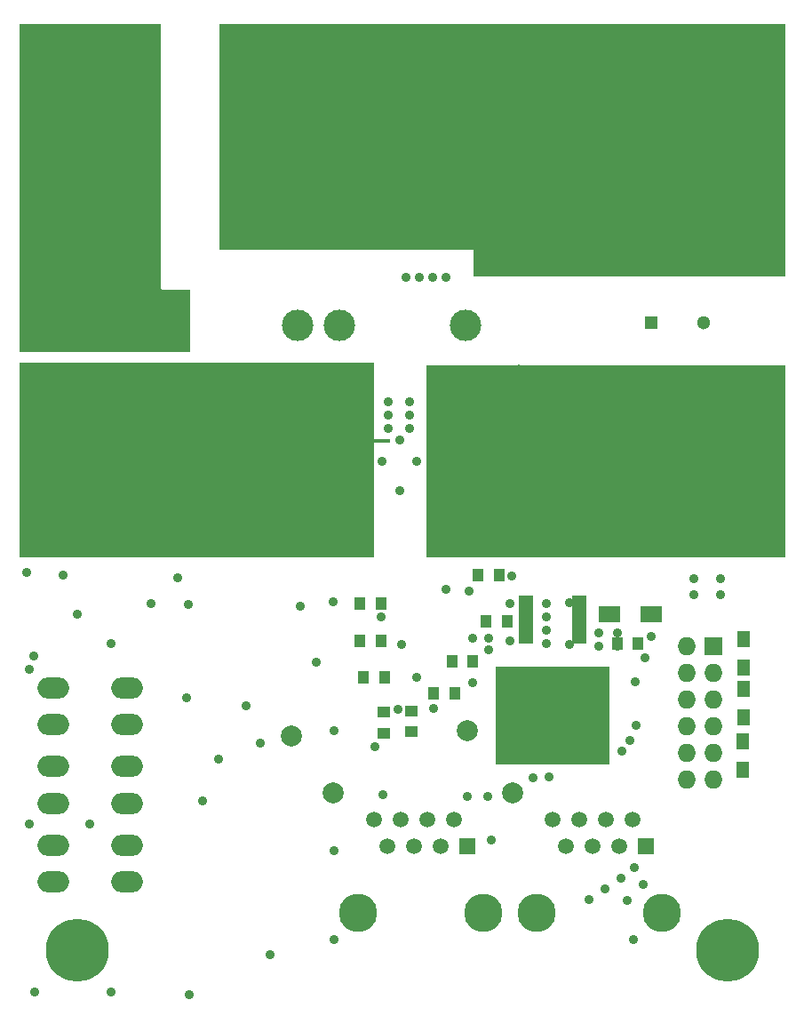
<source format=gts>
G04 #@! TF.FileFunction,Soldermask,Top*
%FSLAX46Y46*%
G04 Gerber Fmt 4.6, Leading zero omitted, Abs format (unit mm)*
G04 Created by KiCad (PCBNEW 4.0.2-4+6225~38~ubuntu15.04.1-stable) date Sa 02 Apr 2016 14:44:10 CEST*
%MOMM*%
G01*
G04 APERTURE LIST*
%ADD10C,0.150000*%
%ADD11C,3.000000*%
%ADD12C,4.000000*%
%ADD13R,10.800000X9.400000*%
%ADD14R,1.390000X4.600000*%
%ADD15R,1.300000X1.300000*%
%ADD16C,1.300000*%
%ADD17C,6.000000*%
%ADD18R,1.000000X1.250000*%
%ADD19C,3.649980*%
%ADD20R,1.501140X1.501140*%
%ADD21C,1.501140*%
%ADD22R,1.300000X1.500000*%
%ADD23C,1.651000*%
%ADD24R,1.727200X1.727200*%
%ADD25O,1.727200X1.727200*%
%ADD26C,2.000000*%
%ADD27R,6.000000X8.750000*%
%ADD28R,6.000000X9.000000*%
%ADD29O,3.014980X2.000000*%
%ADD30R,2.000000X1.600000*%
%ADD31R,1.500000X0.400000*%
%ADD32R,1.250000X1.000000*%
%ADD33C,0.889000*%
%ADD34C,0.100000*%
G04 APERTURE END LIST*
D10*
D11*
X27500000Y-30500000D03*
X15501220Y-30497040D03*
X48641000Y-35749000D03*
X48643960Y-23750220D03*
D12*
X23900000Y-13210000D03*
X49300000Y-13210000D03*
D13*
X51840000Y-67655000D03*
D14*
X49300000Y-58505000D03*
X54380000Y-58505000D03*
D15*
X61200000Y-30200000D03*
D16*
X66200000Y-30200000D03*
D17*
X68500000Y-90000000D03*
D18*
X47482000Y-58674000D03*
X45482000Y-58674000D03*
D19*
X50345480Y-86396000D03*
X62214900Y-86396000D03*
D20*
X60729000Y-80046000D03*
D21*
X59459000Y-77506000D03*
X58189000Y-80046000D03*
X56919000Y-77506000D03*
X55649000Y-80046000D03*
X54379000Y-77506000D03*
X53109000Y-80046000D03*
X51839000Y-77506000D03*
D19*
X33327480Y-86396000D03*
X45196900Y-86396000D03*
D20*
X43711000Y-80046000D03*
D21*
X42441000Y-77506000D03*
X41171000Y-80046000D03*
X39901000Y-77506000D03*
X38631000Y-80046000D03*
X37361000Y-77506000D03*
X36091000Y-80046000D03*
X34821000Y-77506000D03*
D17*
X6500000Y-7000000D03*
X68500000Y-7000000D03*
X6500000Y-90000000D03*
D22*
X70040000Y-60365000D03*
X70040000Y-63065000D03*
X70040000Y-65115000D03*
X70040000Y-67815000D03*
X69990000Y-70065000D03*
X69990000Y-72765000D03*
D23*
X41680000Y-16766000D03*
X31520000Y-16766000D03*
X36600000Y-16766000D03*
X34060000Y-16766000D03*
X39140000Y-16766000D03*
X31520000Y-9654000D03*
X41680000Y-9654000D03*
X36600000Y-9654000D03*
X39140000Y-9654000D03*
X34060000Y-9654000D03*
D24*
X67190000Y-61015000D03*
D25*
X64650000Y-61015000D03*
X67190000Y-63555000D03*
X64650000Y-63555000D03*
X67190000Y-66095000D03*
X64650000Y-66095000D03*
X67190000Y-68635000D03*
X64650000Y-68635000D03*
X67190000Y-71175000D03*
X64650000Y-71175000D03*
X67190000Y-73715000D03*
X64650000Y-73715000D03*
D26*
X9270000Y-23690000D03*
X6730000Y-23690000D03*
X4190000Y-23690000D03*
X4190000Y-26230000D03*
X4190000Y-28770000D03*
X9270000Y-31310000D03*
X6730000Y-31310000D03*
X4190000Y-31310000D03*
X11810000Y-31310000D03*
X11810000Y-23690000D03*
X11810000Y-26230000D03*
X9270000Y-26230000D03*
X6730000Y-26230000D03*
X11810000Y-28770000D03*
X9270000Y-28770000D03*
X6730000Y-28770000D03*
X9270000Y-39190000D03*
X6730000Y-39190000D03*
X4190000Y-39190000D03*
X4190000Y-41730000D03*
X4190000Y-44270000D03*
X9270000Y-46810000D03*
X6730000Y-46810000D03*
X4190000Y-46810000D03*
X11810000Y-46810000D03*
X11810000Y-39190000D03*
X11810000Y-41730000D03*
X9270000Y-41730000D03*
X6730000Y-41730000D03*
X11810000Y-44270000D03*
X9270000Y-44270000D03*
X6730000Y-44270000D03*
X9270000Y-12690000D03*
X6730000Y-12690000D03*
X4190000Y-12690000D03*
X4190000Y-15230000D03*
X4190000Y-17770000D03*
X9270000Y-20310000D03*
X6730000Y-20310000D03*
X4190000Y-20310000D03*
X11810000Y-20310000D03*
X11810000Y-12690000D03*
X11810000Y-15230000D03*
X9270000Y-15230000D03*
X6730000Y-15230000D03*
X11810000Y-17770000D03*
X9270000Y-17770000D03*
X6730000Y-17770000D03*
X65730000Y-20810000D03*
X68270000Y-20810000D03*
X70810000Y-20810000D03*
X70810000Y-18270000D03*
X70810000Y-15730000D03*
X65730000Y-13190000D03*
X68270000Y-13190000D03*
X70810000Y-13190000D03*
X63190000Y-13190000D03*
X63190000Y-20810000D03*
X63190000Y-18270000D03*
X65730000Y-18270000D03*
X68270000Y-18270000D03*
X63190000Y-15730000D03*
X65730000Y-15730000D03*
X68270000Y-15730000D03*
X65730000Y-46810000D03*
X68270000Y-46810000D03*
X70810000Y-46810000D03*
X70810000Y-44270000D03*
X70810000Y-41730000D03*
X65730000Y-39190000D03*
X68270000Y-39190000D03*
X70810000Y-39190000D03*
X63190000Y-39190000D03*
X63190000Y-46810000D03*
X63190000Y-44270000D03*
X65730000Y-44270000D03*
X68270000Y-44270000D03*
X63190000Y-41730000D03*
X65730000Y-41730000D03*
X68270000Y-41730000D03*
D27*
X43035000Y-43055000D03*
D28*
X31435000Y-43055000D03*
D18*
X58000000Y-60750000D03*
X60000000Y-60750000D03*
D29*
X4250000Y-72500000D03*
X4250000Y-76000000D03*
X11250000Y-76000000D03*
X11250000Y-72500000D03*
X4250000Y-65000000D03*
X4250000Y-68500000D03*
X11250000Y-68500000D03*
X11250000Y-65000000D03*
X4250000Y-80000000D03*
X4250000Y-83500000D03*
X11250000Y-83500000D03*
X11250000Y-80000000D03*
D30*
X57250000Y-58000000D03*
X61250000Y-58000000D03*
D18*
X44250000Y-62500000D03*
X42250000Y-62500000D03*
D31*
X35545500Y-41457500D03*
X34745500Y-41457500D03*
D18*
X33500000Y-57000000D03*
X35500000Y-57000000D03*
X33500000Y-60500000D03*
X35500000Y-60500000D03*
X33828000Y-64000000D03*
X35828000Y-64000000D03*
X46750000Y-54221000D03*
X44750000Y-54221000D03*
D32*
X38384000Y-69191000D03*
X38384000Y-67191000D03*
X35717000Y-69318000D03*
X35717000Y-67318000D03*
D18*
X42500000Y-65500000D03*
X40500000Y-65500000D03*
D11*
X31500000Y-30500000D03*
X43498780Y-30502960D03*
D33*
X47750000Y-60500000D03*
X47750000Y-57000000D03*
D26*
X26948000Y-69554000D03*
X43712000Y-69046000D03*
D33*
X51250000Y-60750000D03*
X51250000Y-59500000D03*
X51250000Y-58250000D03*
X51250000Y-57000000D03*
X59586000Y-82078000D03*
X58316000Y-83094000D03*
X56792000Y-84110000D03*
X55268000Y-85126000D03*
X53467000Y-56896000D03*
X53467000Y-60833000D03*
D26*
X30885000Y-75015000D03*
X48030000Y-75015000D03*
D33*
X58000000Y-61000000D03*
X56250000Y-59750000D03*
X56250000Y-61000000D03*
X58000000Y-59750000D03*
X35584000Y-43436000D03*
X13589000Y-56959500D03*
X17081500Y-57023000D03*
X16065500Y-54546500D03*
X22636000Y-66750000D03*
X24000000Y-70250000D03*
X17250000Y-94250000D03*
X2000000Y-78000000D03*
X9750000Y-60750000D03*
X1750000Y-54000000D03*
X2000000Y-63250000D03*
X2500000Y-94000000D03*
X9750000Y-94000000D03*
X18500000Y-75750000D03*
X20000000Y-71750000D03*
X7750000Y-78000000D03*
X50000000Y-73530000D03*
X43750000Y-75360000D03*
X45640000Y-75310000D03*
X45750000Y-61333000D03*
X44226000Y-64508000D03*
X44250000Y-60250000D03*
X45750000Y-60250000D03*
X51500000Y-73500000D03*
X31000000Y-89000000D03*
X59500000Y-89000000D03*
X31000000Y-80500000D03*
X46000000Y-79500000D03*
X65308000Y-56126000D03*
X67848000Y-56126000D03*
X67848000Y-54602000D03*
X65308000Y-54602000D03*
X30891000Y-56761000D03*
X38886000Y-43436000D03*
X27813000Y-57213500D03*
X29321280Y-62567440D03*
X5145560Y-54287040D03*
X24932160Y-90421080D03*
X2392200Y-61968000D03*
X6512080Y-57995440D03*
X58958000Y-85209000D03*
X60482000Y-83685000D03*
X47909000Y-54348000D03*
X34885500Y-70570000D03*
X59681900Y-64438600D03*
X60621700Y-62152600D03*
X61269400Y-60082500D03*
X58450000Y-70985000D03*
X59161200Y-69975800D03*
X59770800Y-68591500D03*
X16921000Y-65988000D03*
X35647500Y-75142000D03*
X31012000Y-69046000D03*
X37846000Y-25908000D03*
X39116000Y-25908000D03*
X40386000Y-25908000D03*
X41656000Y-25908000D03*
X35500000Y-58250000D03*
X40500000Y-67000000D03*
X41656000Y-55626000D03*
X43878500Y-55816500D03*
X37465000Y-60833000D03*
X37235000Y-41404000D03*
X36195000Y-40251000D03*
X36195000Y-38981000D03*
X36195000Y-37711000D03*
X38227000Y-37711000D03*
X38227000Y-38981000D03*
X38227000Y-40251000D03*
X37235000Y-46230000D03*
X38892000Y-64000000D03*
X37114000Y-67048000D03*
D34*
G36*
X34700000Y-52450000D02*
X1050000Y-52450000D01*
X1050000Y-34050000D01*
X34700000Y-34050000D01*
X34700000Y-52450000D01*
X34700000Y-52450000D01*
G37*
X34700000Y-52450000D02*
X1050000Y-52450000D01*
X1050000Y-34050000D01*
X34700000Y-34050000D01*
X34700000Y-52450000D01*
G36*
X73950000Y-52450000D02*
X39800000Y-52450000D01*
X39800000Y-34300000D01*
X73950000Y-34300000D01*
X73950000Y-52450000D01*
X73950000Y-52450000D01*
G37*
X73950000Y-52450000D02*
X39800000Y-52450000D01*
X39800000Y-34300000D01*
X73950000Y-34300000D01*
X73950000Y-52450000D01*
G36*
X73950000Y-25700000D02*
X44300000Y-25700000D01*
X44300000Y-23250000D01*
X44296061Y-23230547D01*
X44284864Y-23214160D01*
X44268173Y-23203419D01*
X44250000Y-23200000D01*
X20050000Y-23200000D01*
X20050000Y-1800000D01*
X73950000Y-1800000D01*
X73950000Y-25700000D01*
X73950000Y-25700000D01*
G37*
X73950000Y-25700000D02*
X44300000Y-25700000D01*
X44300000Y-23250000D01*
X44296061Y-23230547D01*
X44284864Y-23214160D01*
X44268173Y-23203419D01*
X44250000Y-23200000D01*
X20050000Y-23200000D01*
X20050000Y-1800000D01*
X73950000Y-1800000D01*
X73950000Y-25700000D01*
G36*
X14450000Y-27000000D02*
X14453939Y-27019453D01*
X14465136Y-27035840D01*
X14481827Y-27046581D01*
X14500000Y-27050000D01*
X17200000Y-27050000D01*
X17200000Y-32950000D01*
X1050000Y-32950000D01*
X1050000Y-1800000D01*
X14450000Y-1800000D01*
X14450000Y-27000000D01*
X14450000Y-27000000D01*
G37*
X14450000Y-27000000D02*
X14453939Y-27019453D01*
X14465136Y-27035840D01*
X14481827Y-27046581D01*
X14500000Y-27050000D01*
X17200000Y-27050000D01*
X17200000Y-32950000D01*
X1050000Y-32950000D01*
X1050000Y-1800000D01*
X14450000Y-1800000D01*
X14450000Y-27000000D01*
M02*

</source>
